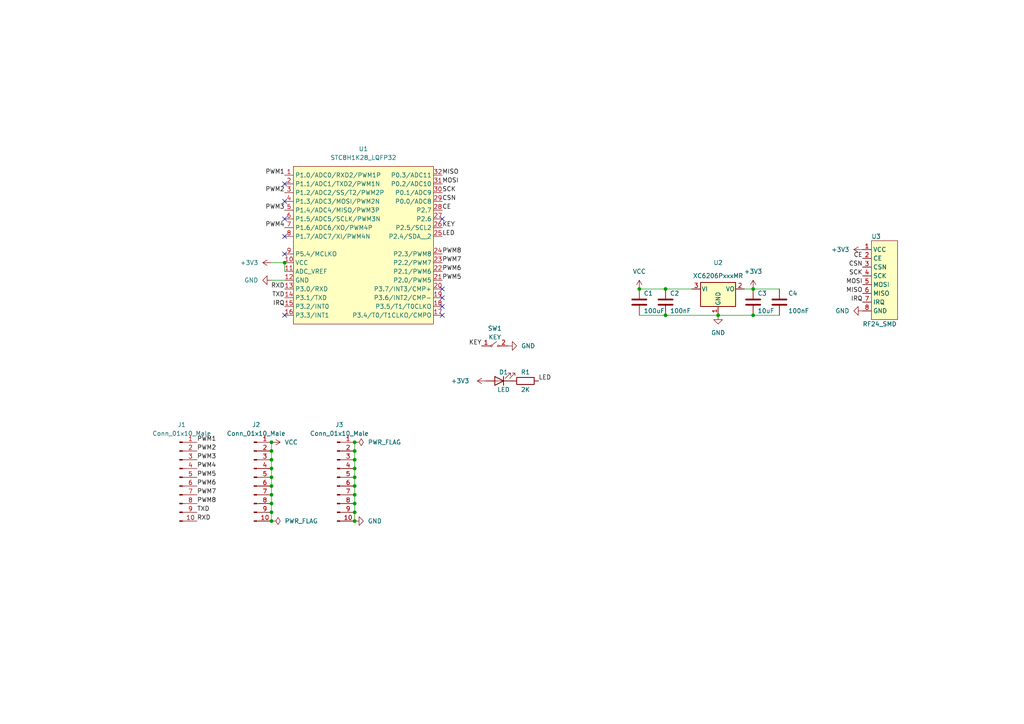
<source format=kicad_sch>
(kicad_sch (version 20211123) (generator eeschema)
  (paper "A4")
  (lib_symbols
    (symbol "Connector:Conn_01x10_Male" (pin_names (offset 1.016) hide)
      (property "Reference" "J" (at 0 12.7 0))
      (property "Value" "Conn_01x10_Male" (at 0 -15.24 0))
      (symbol "Conn_01x10_Male_1_1"
        (polyline (pts (xy 1.27 -12.7) (xy 0.8636 -12.7)) (stroke (width 0.1524)))
        (polyline (pts (xy 1.27 -10.16) (xy 0.8636 -10.16)) (stroke (width 0.1524)))
        (polyline (pts (xy 1.27 -7.62) (xy 0.8636 -7.62)) (stroke (width 0.1524)))
        (polyline (pts (xy 1.27 -5.08) (xy 0.8636 -5.08)) (stroke (width 0.1524)))
        (polyline (pts (xy 1.27 -2.54) (xy 0.8636 -2.54)) (stroke (width 0.1524)))
        (polyline (pts (xy 1.27 0) (xy 0.8636 0)) (stroke (width 0.1524)))
        (polyline (pts (xy 1.27 2.54) (xy 0.8636 2.54)) (stroke (width 0.1524)))
        (polyline (pts (xy 1.27 5.08) (xy 0.8636 5.08)) (stroke (width 0.1524)))
        (polyline (pts (xy 1.27 7.62) (xy 0.8636 7.62)) (stroke (width 0.1524)))
        (polyline (pts (xy 1.27 10.16) (xy 0.8636 10.16)) (stroke (width 0.1524)))
        (rectangle (start 0.8636 -12.573) (end 0 -12.827) (stroke (width 0.1524)) (fill (type outline)))
        (rectangle (start 0.8636 -10.033) (end 0 -10.287) (stroke (width 0.1524)) (fill (type outline)))
        (rectangle (start 0.8636 -7.493) (end 0 -7.747) (stroke (width 0.1524)) (fill (type outline)))
        (rectangle (start 0.8636 -4.953) (end 0 -5.207) (stroke (width 0.1524)) (fill (type outline)))
        (rectangle (start 0.8636 -2.413) (end 0 -2.667) (stroke (width 0.1524)) (fill (type outline)))
        (rectangle (start 0.8636 0.127) (end 0 -0.127) (stroke (width 0.1524)) (fill (type outline)))
        (rectangle (start 0.8636 2.667) (end 0 2.413) (stroke (width 0.1524)) (fill (type outline)))
        (rectangle (start 0.8636 5.207) (end 0 4.953) (stroke (width 0.1524)) (fill (type outline)))
        (rectangle (start 0.8636 7.747) (end 0 7.493) (stroke (width 0.1524)) (fill (type outline)))
        (rectangle (start 0.8636 10.287) (end 0 10.033) (stroke (width 0.1524)) (fill (type outline)))
        (pin passive line (at 5.08 10.16 180) (length 3.81) (name "Pin_1") (number "1"))
        (pin passive line (at 5.08 -12.7 180) (length 3.81) (name "Pin_10") (number "10"))
        (pin passive line (at 5.08 7.62 180) (length 3.81) (name "Pin_2") (number "2"))
        (pin passive line (at 5.08 5.08 180) (length 3.81) (name "Pin_3") (number "3"))
        (pin passive line (at 5.08 2.54 180) (length 3.81) (name "Pin_4") (number "4"))
        (pin passive line (at 5.08 0 180) (length 3.81) (name "Pin_5") (number "5"))
        (pin passive line (at 5.08 -2.54 180) (length 3.81) (name "Pin_6") (number "6"))
        (pin passive line (at 5.08 -5.08 180) (length 3.81) (name "Pin_7") (number "7"))
        (pin passive line (at 5.08 -7.62 180) (length 3.81) (name "Pin_8") (number "8"))
        (pin passive line (at 5.08 -10.16 180) (length 3.81) (name "Pin_9") (number "9"))
      )
    )
    (symbol "Del_Schlib:KEY" (pin_names hide)
      (property "Reference" "SW" (at -1.27 1.27 0))
      (property "Value" "KEY" (at 3.81 1.27 0))
      (symbol "KEY_0_1"
        (polyline (pts (xy 0.508 0.254) (xy 1.778 1.27)))
        (circle (center 0.254 0) (radius 0.254))
        (circle (center 2.286 0) (radius 0.254))
      )
      (symbol "KEY_1_1"
        (pin passive line (at -2.54 0 0) (length 2.54) (name "A") (number "1"))
        (pin passive line (at 5.08 0 180) (length 2.54) (name "B") (number "2"))
      )
    )
    (symbol "Del_Schlib:RF24_SMD"
      (property "Reference" "U" (at 3.81 1.27 0))
      (property "Value" "RF24_SMD" (at 3.81 -24.13 0))
      (symbol "RF24_SMD_0_1"
        (rectangle (start 0 0) (end 7.62 -22.86) (fill (type background)))
      )
      (symbol "RF24_SMD_1_1"
        (pin power_in line (at -2.54 -2.54 0) (length 2.54) (name "VCC") (number "1"))
        (pin bidirectional line (at -2.54 -5.08 0) (length 2.54) (name "CE") (number "2"))
        (pin bidirectional line (at -2.54 -7.62 0) (length 2.54) (name "CSN") (number "3"))
        (pin bidirectional line (at -2.54 -10.16 0) (length 2.54) (name "SCK") (number "4"))
        (pin bidirectional line (at -2.54 -12.7 0) (length 2.54) (name "MOSI") (number "5"))
        (pin bidirectional line (at -2.54 -15.24 0) (length 2.54) (name "MISO") (number "6"))
        (pin bidirectional line (at -2.54 -17.78 0) (length 2.54) (name "IRQ") (number "7"))
        (pin power_in line (at -2.54 -20.32 0) (length 2.54) (name "GND") (number "8"))
      )
    )
    (symbol "Del_Schlib:STC8H1K28_LQFP32"
      (property "Reference" "U" (at 1.27 1.27 0))
      (property "Value" "STC8H1K28_LQFP32" (at 30.48 1.27 0))
      (symbol "STC8H1K28_LQFP32_0_1"
        (rectangle (start 0 0) (end 40.64 -45.72) (fill (type background)))
      )
      (symbol "STC8H1K28_LQFP32_1_1"
        (pin bidirectional line (at -2.54 -2.54 0) (length 2.54) (name "P1.0/ADC0/RXD2/PWM1P") (number "1"))
        (pin power_in line (at -2.54 -27.94 0) (length 2.54) (name "VCC") (number "10"))
        (pin input line (at -2.54 -30.48 0) (length 2.54) (name "ADC_VREF") (number "11"))
        (pin power_in line (at -2.54 -33.02 0) (length 2.54) (name "GND") (number "12"))
        (pin bidirectional line (at -2.54 -35.56 0) (length 2.54) (name "P3.0/RXD") (number "13"))
        (pin bidirectional line (at -2.54 -38.1 0) (length 2.54) (name "P3.1/TXD") (number "14"))
        (pin bidirectional line (at -2.54 -40.64 0) (length 2.54) (name "P3.2/INT0") (number "15"))
        (pin bidirectional line (at -2.54 -43.18 0) (length 2.54) (name "P3.3/INT1") (number "16"))
        (pin bidirectional line (at 43.18 -43.18 180) (length 2.54) (name "P3.4/T0/T1CLKO/CMPO") (number "17"))
        (pin bidirectional line (at 43.18 -40.64 180) (length 2.54) (name "P3.5/T1/T0CLKO") (number "18"))
        (pin bidirectional line (at 43.18 -38.1 180) (length 2.54) (name "P3.6/INT2/CMP-") (number "19"))
        (pin bidirectional line (at -2.54 -5.08 0) (length 2.54) (name "P1.1/ADC1/TXD2/PWM1N") (number "2"))
        (pin bidirectional line (at 43.18 -35.56 180) (length 2.54) (name "P3.7/INT3/CMP+") (number "20"))
        (pin bidirectional line (at 43.18 -33.02 180) (length 2.54) (name "P2.0/PWM5") (number "21"))
        (pin bidirectional line (at 43.18 -30.48 180) (length 2.54) (name "P2.1/PWM6") (number "22"))
        (pin bidirectional line (at 43.18 -27.94 180) (length 2.54) (name "P2.2/PWM7") (number "23"))
        (pin bidirectional line (at 43.18 -25.4 180) (length 2.54) (name "P2.3/PWM8") (number "24"))
        (pin bidirectional line (at 43.18 -20.32 180) (length 2.54) (name "P2.4/SDA__2") (number "25"))
        (pin bidirectional line (at 43.18 -17.78 180) (length 2.54) (name "P2.5/SCL2") (number "26"))
        (pin bidirectional line (at 43.18 -15.24 180) (length 2.54) (name "P2.6") (number "27"))
        (pin bidirectional line (at 43.18 -12.7 180) (length 2.54) (name "P2.7") (number "28"))
        (pin bidirectional line (at 43.18 -10.16 180) (length 2.54) (name "P0.0/ADC8") (number "29"))
        (pin bidirectional line (at -2.54 -7.62 0) (length 2.54) (name "P1.2/ADC2/SS/T2/PWM2P") (number "3"))
        (pin bidirectional line (at 43.18 -7.62 180) (length 2.54) (name "P0.1/ADC9") (number "30"))
        (pin bidirectional line (at 43.18 -5.08 180) (length 2.54) (name "P0.2/ADC10") (number "31"))
        (pin bidirectional line (at 43.18 -2.54 180) (length 2.54) (name "P0.3/ADC11") (number "32"))
        (pin bidirectional line (at -2.54 -10.16 0) (length 2.54) (name "P1.3/ADC3/MOSI/PWM2N") (number "4"))
        (pin bidirectional line (at -2.54 -12.7 0) (length 2.54) (name "P1.4/ADC4/MISO/PWM3P") (number "5"))
        (pin bidirectional line (at -2.54 -15.24 0) (length 2.54) (name "P1.5/ADC5/SCLK/PWM3N") (number "6"))
        (pin bidirectional line (at -2.54 -17.78 0) (length 2.54) (name "P1.6/ADC6/XO/PWM4P") (number "7"))
        (pin bidirectional line (at -2.54 -20.32 0) (length 2.54) (name "P1.7/ADC7/XI/PWM4N") (number "8"))
        (pin bidirectional line (at -2.54 -25.4 0) (length 2.54) (name "P5.4/MCLKO") (number "9"))
      )
    )
    (symbol "Device:C" (pin_numbers hide) (pin_names (offset 0.254))
      (property "Reference" "C" (at 0.635 2.54 0))
      (property "Value" "C" (at 0.635 -2.54 0))
      (symbol "C_0_1"
        (polyline (pts (xy -2.032 -0.762) (xy 2.032 -0.762)) (stroke (width 0.508)))
        (polyline (pts (xy -2.032 0.762) (xy 2.032 0.762)) (stroke (width 0.508)))
      )
      (symbol "C_1_1"
        (pin passive line (at 0 3.81 270) (length 2.794) (name "~") (number "1"))
        (pin passive line (at 0 -3.81 90) (length 2.794) (name "~") (number "2"))
      )
    )
    (symbol "Device:LED" (pin_numbers hide) (pin_names (offset 1.016) hide)
      (property "Reference" "D" (at 0 2.54 0))
      (property "Value" "LED" (at 0 -2.54 0))
      (symbol "LED_0_1"
        (polyline (pts (xy -1.27 -1.27) (xy -1.27 1.27)) (stroke (width 0.254)))
        (polyline (pts (xy -1.27 0) (xy 1.27 0)))
        (polyline (pts (xy 1.27 -1.27) (xy 1.27 1.27) (xy -1.27 0) (xy 1.27 -1.27)) (stroke (width 0.254)))
        (polyline (pts (xy -3.048 -0.762) (xy -4.572 -2.286) (xy -3.81 -2.286) (xy -4.572 -2.286) (xy -4.572 -1.524)))
        (polyline (pts (xy -1.778 -0.762) (xy -3.302 -2.286) (xy -2.54 -2.286) (xy -3.302 -2.286) (xy -3.302 -1.524)))
      )
      (symbol "LED_1_1"
        (pin passive line (at -3.81 0 0) (length 2.54) (name "K") (number "1"))
        (pin passive line (at 3.81 0 180) (length 2.54) (name "A") (number "2"))
      )
    )
    (symbol "Device:R" (pin_numbers hide) (pin_names (offset 0))
      (property "Reference" "R" (at 2.032 0 90))
      (property "Value" "R" (at 0 0 90))
      (symbol "R_0_1"
        (rectangle (start -1.016 -2.54) (end 1.016 2.54) (stroke (width 0.254)))
      )
      (symbol "R_1_1"
        (pin passive line (at 0 3.81 270) (length 1.27) (name "~") (number "1"))
        (pin passive line (at 0 -3.81 90) (length 1.27) (name "~") (number "2"))
      )
    )
    (symbol "Regulator_Linear:XC6206PxxxMR" (pin_names (offset 0.254))
      (property "Reference" "U" (at -3.81 3.175 0))
      (property "Value" "XC6206PxxxMR" (at 0 3.175 0))
      (symbol "XC6206PxxxMR_0_1"
        (rectangle (start -5.08 1.905) (end 5.08 -5.08) (stroke (width 0.254)) (fill (type background)))
      )
      (symbol "XC6206PxxxMR_1_1"
        (pin power_in line (at 0 -7.62 90) (length 2.54) (name "GND") (number "1"))
        (pin power_out line (at 7.62 0 180) (length 2.54) (name "VO") (number "2"))
        (pin power_in line (at -7.62 0 0) (length 2.54) (name "VI") (number "3"))
      )
    )
    (symbol "power:+3.3V" (power) (pin_names (offset 0))
      (property "Value" "+3.3V" (at 0 3.556 0))
      (symbol "+3.3V_0_1"
        (polyline (pts (xy -0.762 1.27) (xy 0 2.54)))
        (polyline (pts (xy 0 0) (xy 0 2.54)))
        (polyline (pts (xy 0 2.54) (xy 0.762 1.27)))
      )
      (symbol "+3.3V_1_1"
        (pin power_in line (at 0 0 90) (length 0) hide (name "+3V3") (number "1"))
      )
    )
    (symbol "power:GND" (power) (pin_names (offset 0))
      (property "Value" "GND" (at 0 -3.81 0))
      (symbol "GND_0_1"
        (polyline (pts (xy 0 0) (xy 0 -1.27) (xy 1.27 -1.27) (xy 0 -2.54) (xy -1.27 -1.27) (xy 0 -1.27)))
      )
      (symbol "GND_1_1"
        (pin power_in line (at 0 0 270) (length 0) hide (name "GND") (number "1"))
      )
    )
    (symbol "power:PWR_FLAG" (power) (pin_numbers hide) (pin_names (offset 0) hide)
      (property "Value" "PWR_FLAG" (at 0 3.81 0))
      (symbol "PWR_FLAG_0_0"
        (pin power_out line (at 0 0 90) (length 0) (name "pwr") (number "1"))
      )
      (symbol "PWR_FLAG_0_1"
        (polyline (pts (xy 0 0) (xy 0 1.27) (xy -1.016 1.905) (xy 0 2.54) (xy 1.016 1.905) (xy 0 1.27)))
      )
    )
    (symbol "power:VCC" (power) (pin_names (offset 0))
      (property "Value" "VCC" (at 0 3.81 0))
      (symbol "VCC_0_1"
        (polyline (pts (xy -0.762 1.27) (xy 0 2.54)))
        (polyline (pts (xy 0 0) (xy 0 2.54)))
        (polyline (pts (xy 0 2.54) (xy 0.762 1.27)))
      )
      (symbol "VCC_1_1"
        (pin power_in line (at 0 0 90) (length 0) hide (name "VCC") (number "1"))
      )
    )
  )
  (junction (at 102.87 138.43))
  (junction (at 218.44 83.82))
  (junction (at 78.74 148.59))
  (junction (at 102.87 140.97))
  (junction (at 78.74 143.51))
  (junction (at 102.87 151.13))
  (junction (at 102.87 133.35))
  (junction (at 218.44 91.44))
  (junction (at 193.04 91.44))
  (junction (at 78.74 128.27))
  (junction (at 78.74 130.81))
  (junction (at 102.87 128.27))
  (junction (at 102.87 130.81))
  (junction (at 185.42 83.82))
  (junction (at 102.87 148.59))
  (junction (at 78.74 135.89))
  (junction (at 78.74 140.97))
  (junction (at 102.87 143.51))
  (junction (at 78.74 151.13))
  (junction (at 78.74 146.05))
  (junction (at 208.28 91.44))
  (junction (at 78.74 138.43))
  (junction (at 193.04 83.82))
  (junction (at 102.87 135.89))
  (junction (at 102.87 146.05))
  (junction (at 78.74 133.35))
  (junction (at 82.55 76.2))
  (no_connect (at 82.55 58.42))
  (no_connect (at 82.55 53.34))
  (no_connect (at 128.27 63.5))
  (no_connect (at 128.27 91.44))
  (no_connect (at 128.27 88.9))
  (no_connect (at 128.27 86.36))
  (no_connect (at 128.27 83.82))
  (no_connect (at 82.55 73.66))
  (no_connect (at 82.55 68.58))
  (no_connect (at 82.55 63.5))
  (no_connect (at 82.55 91.44))
  (wire (pts (xy 78.74 140.97) (xy 78.74 143.51)))
  (wire (pts (xy 102.87 140.97) (xy 102.87 143.51)))
  (wire (pts (xy 102.87 148.59) (xy 102.87 151.13)))
  (wire (pts (xy 78.74 148.59) (xy 78.74 151.13)))
  (wire (pts (xy 102.87 146.05) (xy 102.87 148.59)))
  (wire (pts (xy 78.74 76.2) (xy 82.55 76.2)))
  (wire (pts (xy 185.42 83.82) (xy 193.04 83.82)))
  (wire (pts (xy 82.55 76.2) (xy 82.55 78.74)))
  (wire (pts (xy 78.74 128.27) (xy 78.74 130.81)))
  (wire (pts (xy 102.87 135.89) (xy 102.87 138.43)))
  (wire (pts (xy 102.87 143.51) (xy 102.87 146.05)))
  (wire (pts (xy 78.74 81.28) (xy 82.55 81.28)))
  (wire (pts (xy 102.87 133.35) (xy 102.87 135.89)))
  (wire (pts (xy 78.74 143.51) (xy 78.74 146.05)))
  (wire (pts (xy 78.74 138.43) (xy 78.74 140.97)))
  (wire (pts (xy 102.87 130.81) (xy 102.87 133.35)))
  (wire (pts (xy 78.74 146.05) (xy 78.74 148.59)))
  (wire (pts (xy 78.74 130.81) (xy 78.74 133.35)))
  (wire (pts (xy 185.42 91.44) (xy 193.04 91.44)))
  (wire (pts (xy 218.44 91.44) (xy 226.06 91.44)))
  (wire (pts (xy 102.87 128.27) (xy 102.87 130.81)))
  (wire (pts (xy 193.04 91.44) (xy 208.28 91.44)))
  (wire (pts (xy 215.9 83.82) (xy 218.44 83.82)))
  (wire (pts (xy 208.28 91.44) (xy 218.44 91.44)))
  (wire (pts (xy 78.74 133.35) (xy 78.74 135.89)))
  (wire (pts (xy 193.04 83.82) (xy 200.66 83.82)))
  (wire (pts (xy 218.44 83.82) (xy 226.06 83.82)))
  (wire (pts (xy 78.74 135.89) (xy 78.74 138.43)))
  (wire (pts (xy 102.87 138.43) (xy 102.87 140.97)))
  (label "PWM6" (at 57.15 140.97 0))
  (label "CSN" (at 128.27 58.42 0))
  (label "PWM6" (at 128.27 78.74 0))
  (label "CE" (at 250.19 74.93 180))
  (label "PWM4" (at 57.15 135.89 0))
  (label "SCK" (at 128.27 55.88 0))
  (label "PWM3" (at 82.55 60.96 180))
  (label "PWM1" (at 82.55 50.8 180))
  (label "PWM5" (at 128.27 81.28 0))
  (label "PWM5" (at 57.15 138.43 0))
  (label "RXD" (at 82.55 83.82 180))
  (label "PWM1" (at 57.15 128.27 0))
  (label "PWM2" (at 82.55 55.88 180))
  (label "KEY" (at 128.27 66.04 0))
  (label "TXD" (at 57.15 148.59 0))
  (label "MISO" (at 250.19 85.09 180))
  (label "PWM2" (at 57.15 130.81 0))
  (label "CSN" (at 250.19 77.47 180))
  (label "RXD" (at 57.15 151.13 0))
  (label "PWM7" (at 57.15 143.51 0))
  (label "TXD" (at 82.55 86.36 180))
  (label "LED" (at 128.27 68.58 0))
  (label "PWM4" (at 82.55 66.04 180))
  (label "MISO" (at 128.27 50.8 0))
  (label "CE" (at 128.27 60.96 0))
  (label "MOSI" (at 250.19 82.55 180))
  (label "PWM3" (at 57.15 133.35 0))
  (label "LED" (at 156.21 110.49 0))
  (label "PWM8" (at 128.27 73.66 0))
  (label "IRQ" (at 82.55 88.9 180))
  (label "IRQ" (at 250.19 87.63 180))
  (label "PWM7" (at 128.27 76.2 0))
  (label "MOSI" (at 128.27 53.34 0))
  (label "PWM8" (at 57.15 146.05 0))
  (label "SCK" (at 250.19 80.01 180))
  (label "KEY" (at 139.7 100.33 180))
  (symbol (lib_id "Device:C") (at 193.04 87.63 0) (unit 1)
    (property "Reference" "C2" (at 194.31 85.09 0) (effects (justify left)))
    (property "Value" "100nF" (at 194.31 90.17 0) (effects (justify left)))
    (property "Footprint" "Capacitor_SMD:C_0603_1608Metric_Pad1.08x0.95mm_HandSolder" (effects hide))
  )
  (symbol (lib_id "power:GND") (at 102.87 151.13 90) (unit 1)
    (property "Reference" "#PWR04" (effects hide))
    (property "Value" "GND" (at 106.68 151.1299 90) (effects (justify right)))
  )
  (symbol (lib_id "power:GND") (at 78.74 81.28 270) (unit 1)
    (property "Reference" "#PWR02" (effects hide))
    (property "Value" "GND" (at 74.93 81.2799 90) (effects (justify right)))
  )
  (symbol (lib_id "Device:C") (at 218.44 87.63 0) (unit 1)
    (property "Reference" "C3" (at 219.71 85.09 0) (effects (justify left)))
    (property "Value" "10uF" (at 219.71 90.17 0) (effects (justify left)))
    (property "Footprint" "Capacitor_SMD:C_0603_1608Metric_Pad1.08x0.95mm_HandSolder" (effects hide))
  )
  (symbol (lib_id "Device:R") (at 152.4 110.49 90) (unit 1)
    (property "Reference" "R1" (at 152.4 107.95 90))
    (property "Value" "2K" (at 152.4 113.03 90))
    (property "Footprint" "Resistor_SMD:R_0603_1608Metric_Pad0.98x0.95mm_HandSolder" (effects hide))
  )
  (symbol (lib_id "Device:C") (at 185.42 87.63 0) (unit 1)
    (property "Reference" "C1" (at 186.69 85.09 0) (effects (justify left)))
    (property "Value" "100uF" (at 186.69 90.17 0) (effects (justify left)))
    (property "Footprint" "Capacitor_SMD:C_1210_3225Metric" (effects hide))
  )
  (symbol (lib_id "power:+3.3V") (at 140.97 110.49 90) (unit 1)
    (property "Reference" "#PWR05" (effects hide))
    (property "Value" "+3.3V" (at 130.81 110.49 90) (effects (justify right)))
  )
  (symbol (lib_id "power:PWR_FLAG") (at 102.87 128.27 270) (unit 1)
    (property "Reference" "#FLG02" (effects hide))
    (property "Value" "PWR_FLAG" (at 106.68 128.2699 90) (effects (justify left)))
  )
  (symbol (lib_id "Regulator_Linear:XC6206PxxxMR") (at 208.28 83.82 0) (unit 1)
    (property "Reference" "U2" (at 208.28 76.2 0))
    (property "Value" "XC6206PxxxMR" (at 208.28 80.01 0))
    (property "Footprint" "Package_TO_SOT_SMD:SOT-23" (effects hide))
    (property "Datasheet" "https://www.torexsemi.com/file/xc6206/XC6206.pdf" (effects hide))
  )
  (symbol (lib_id "Connector:Conn_01x10_Male") (at 97.79 138.43 0) (unit 1)
    (property "Reference" "J3" (at 98.425 123.19 0))
    (property "Value" "Conn_01x10_Male" (at 98.425 125.73 0))
    (property "Footprint" "Connector_PinHeader_2.54mm:PinHeader_1x10_P2.54mm_Vertical" (effects hide))
  )
  (symbol (lib_id "Connector:Conn_01x10_Male") (at 52.07 138.43 0) (unit 1)
    (property "Reference" "J1" (at 52.705 123.19 0))
    (property "Value" "Conn_01x10_Male" (at 52.705 125.73 0))
    (property "Footprint" "Connector_PinHeader_2.54mm:PinHeader_1x10_P2.54mm_Vertical" (effects hide))
  )
  (symbol (lib_id "Connector:Conn_01x10_Male") (at 73.66 138.43 0) (unit 1)
    (property "Reference" "J2" (at 74.295 123.19 0))
    (property "Value" "Conn_01x10_Male" (at 74.295 125.73 0))
    (property "Footprint" "Connector_PinHeader_2.54mm:PinHeader_1x10_P2.54mm_Vertical" (effects hide))
  )
  (symbol (lib_id "power:GND") (at 250.19 90.17 270) (unit 1)
    (property "Reference" "#PWR011" (effects hide))
    (property "Value" "GND" (at 246.38 90.1699 90) (effects (justify right)))
  )
  (symbol (lib_id "power:PWR_FLAG") (at 78.74 151.13 270) (unit 1)
    (property "Reference" "#FLG01" (effects hide))
    (property "Value" "PWR_FLAG" (at 82.55 151.1299 90) (effects (justify left)))
  )
  (symbol (lib_id "Del_Schlib:KEY") (at 142.24 100.33 0) (unit 1)
    (property "Reference" "SW1" (at 143.51 95.25 0))
    (property "Value" "KEY" (at 143.51 97.79 0))
    (property "Footprint" "ADel:SW_3x4" (effects hide))
  )
  (symbol (lib_id "power:+3.3V") (at 250.19 72.39 90) (unit 1)
    (property "Reference" "#PWR010" (effects hide))
    (property "Value" "+3.3V" (at 246.38 72.3899 90) (effects (justify left)))
  )
  (symbol (lib_id "Del_Schlib:RF24_SMD") (at 252.73 69.85 0) (unit 1)
    (property "Reference" "U3" (at 252.73 68.58 0) (effects (justify left)))
    (property "Value" "RF24_SMD" (at 250.19 93.98 0) (effects (justify left)))
    (property "Footprint" "ADel:RF24_SMD" (effects hide))
  )
  (symbol (lib_id "power:+3.3V") (at 218.44 83.82 0) (unit 1)
    (property "Reference" "#PWR09" (effects hide))
    (property "Value" "+3.3V" (at 218.44 78.74 0))
  )
  (symbol (lib_id "Device:C") (at 226.06 87.63 0) (unit 1)
    (property "Reference" "C4" (at 228.6 85.09 0) (effects (justify left)))
    (property "Value" "100nF" (at 228.6 90.17 0) (effects (justify left)))
    (property "Footprint" "Capacitor_SMD:C_0603_1608Metric_Pad1.08x0.95mm_HandSolder" (effects hide))
  )
  (symbol (lib_id "Device:LED") (at 144.78 110.49 180) (unit 1)
    (property "Reference" "D1" (at 146.05 107.95 0))
    (property "Value" "LED" (at 146.05 113.03 0))
    (property "Footprint" "LED_SMD:LED_0603_1608Metric_Pad1.05x0.95mm_HandSolder" (effects hide))
  )
  (symbol (lib_id "power:VCC") (at 78.74 128.27 270) (unit 1)
    (property "Reference" "#PWR03" (effects hide))
    (property "Value" "VCC" (at 82.55 128.2699 90) (effects (justify left)))
  )
  (symbol (lib_id "power:GND") (at 147.32 100.33 90) (unit 1)
    (property "Reference" "#PWR06" (effects hide))
    (property "Value" "GND" (at 151.13 100.3299 90) (effects (justify right)))
  )
  (symbol (lib_id "power:VCC") (at 185.42 83.82 0) (unit 1)
    (property "Reference" "#PWR07" (effects hide))
    (property "Value" "VCC" (at 185.42 78.74 0))
  )
  (symbol (lib_id "power:GND") (at 208.28 91.44 0) (unit 1)
    (property "Reference" "#PWR08" (effects hide))
    (property "Value" "GND" (at 208.28 96.52 0))
  )
  (symbol (lib_id "power:+3.3V") (at 78.74 76.2 90) (unit 1)
    (property "Reference" "#PWR01" (effects hide))
    (property "Value" "+3.3V" (at 74.93 76.1999 90) (effects (justify left)))
  )
  (symbol (lib_id "Del_Schlib:STC8H1K28_LQFP32") (at 85.09 48.26 0) (unit 1)
    (property "Reference" "U1" (at 105.41 43.18 0))
    (property "Value" "STC8H1K28_LQFP32" (at 105.41 45.72 0))
    (property "Footprint" "Package_QFP:LQFP-32_7x7mm_P0.8mm" (effects hide))
  )
)
</source>
